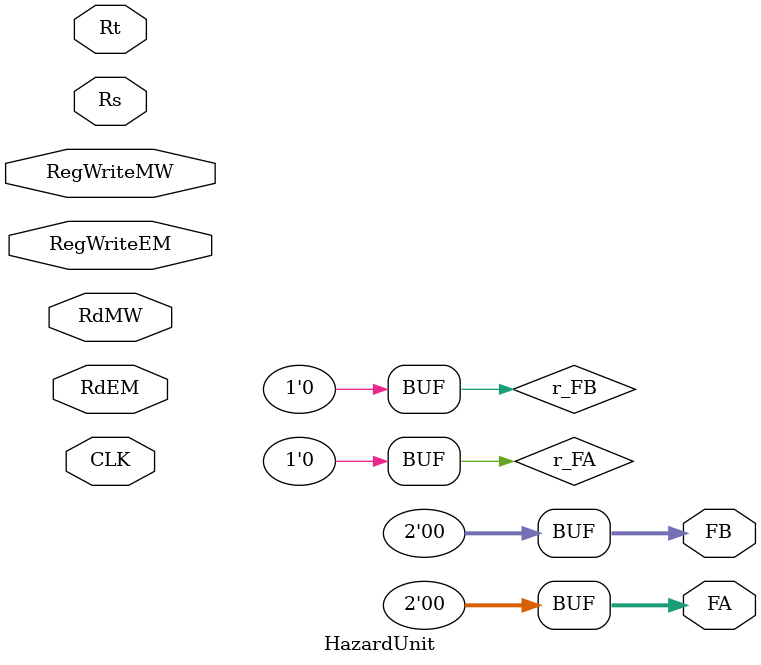
<source format=v>
module HazardUnit(CLK,RegWriteEM,RegWriteMW,Rt,Rs,RdEM,RdMW,FA,FB);
    input[4:0] Rt,Rs,RdEM,RdMW;
    input CLK,RegWriteEM,RegWriteMW;
    output[1:0] FA,FB;

    reg r_FA,r_FB;
    initial begin
        r_FA <= 2'b0;
        r_FB <= 2'b0;
    end
    
    //根据情况的forward处理
    always@(RegWriteMW,RegWriteEM,RdMW,RdEM,Rs,Rt) begin
        r_FA = 2'b0;
        r_FB = 2'b0;
        if ((RegWriteMW == 1) & (RdMW != 0) & (RdMW == Rs)) begin
            r_FA = 2'b00;//01
            r_FB = 2'b00;
            //$display("1");
        end
        if ((RegWriteMW == 1) & (RdMW != 0) & (RdMW == Rt)) begin
            r_FB = 2'b00;//01
            r_FA = 2'b00;
            //$display("2");
        end
        if ((RegWriteEM == 1) & (RdEM != 0) & (RdEM == Rs)) begin
            r_FB = 2'b00;
            r_FA = 2'b00;//10
            //$display("3");
        end
        if ((RegWriteEM == 1) & (RdEM != 0) & (RdEM == Rt)) begin
            r_FB = 2'b00;//10
            r_FA = 2'b00;
            //$display("4");
        end 
        //$display("%b",r_FA);
        //$display("%b",r_FB);
        //$display("---------");
    end

/*
    always@(posedge CLK) begin
        if ((RegWriteEM == 1) & (RdEM != 0) & (RdEM == Rs)) begin
            r_FB <= 2'b00;
            r_FA <= 2'b10;//10
        end 
        else if ((RegWriteEM == 1) & (RdEM != 0) & (RdEM == Rt)) begin
            r_FB <= 2'b10;//10
            r_FA <= 2'b00;
        end   
        else if ((RegWriteMW == 1) & (RdMW != 0) & (RdMW == Rt)) begin
            r_FB <= 2'b01;//01
            r_FA <= 2'b00;
        end     
        else if ((RegWriteMW == 1) & (RdMW != 0) & (RdMW == Rs)) begin
            r_FA <= 2'b01;//01
            r_FB <= 2'b00;
        end  
        else begin
            r_FA <= 2'b00;
            r_FB <= 2'b00;
        end 
    end
*/
    assign FA = r_FA;
    assign FB = r_FB;
endmodule
</source>
